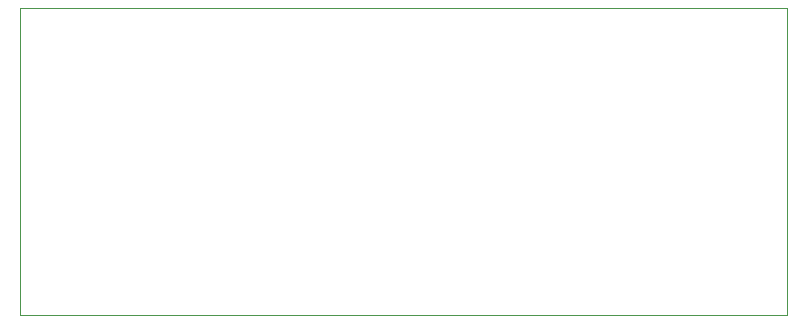
<source format=gm1>
G04 #@! TF.GenerationSoftware,KiCad,Pcbnew,(5.1.0)-1*
G04 #@! TF.CreationDate,2019-09-12T18:25:11+05:30*
G04 #@! TF.ProjectId,SenseCam_SFH4715AS_rev1,53656e73-6543-4616-9d5f-534648343731,rev?*
G04 #@! TF.SameCoordinates,Original*
G04 #@! TF.FileFunction,Profile,NP*
%FSLAX46Y46*%
G04 Gerber Fmt 4.6, Leading zero omitted, Abs format (unit mm)*
G04 Created by KiCad (PCBNEW (5.1.0)-1) date 2019-09-12 18:25:11*
%MOMM*%
%LPD*%
G04 APERTURE LIST*
%ADD10C,0.050000*%
G04 APERTURE END LIST*
D10*
X75000000Y-10000000D02*
X10000000Y-10000000D01*
X75000000Y-36000000D02*
X75000000Y-10000000D01*
X10000000Y-36000000D02*
X75000000Y-36000000D01*
X10000000Y-10000000D02*
X10000000Y-36000000D01*
M02*

</source>
